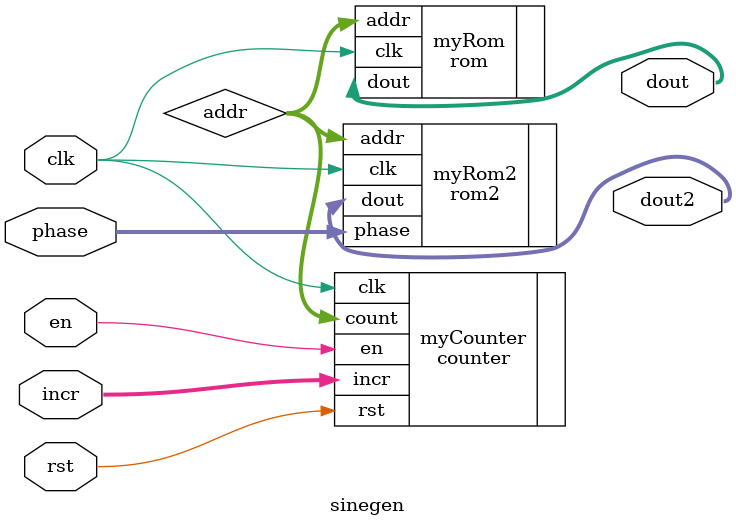
<source format=sv>
module sinegen #(
    parameter WIDTH = 8
)(
    input logic                 clk,
    input logic                 rst,
    input logic                 en,
    input logic [WIDTH-1:0]     incr,   
    input logic [WIDTH-1:0]     phase,   
    output logic [WIDTH-1:0]    dout,
    output logic [WIDTH-1:0]    dout2,
);

    logic [WIDTH-1:0]           addr;


counter myCounter (
    .clk (clk),
    .en (en),
    .rst (rst),
    .incr (incr),
    .count (addr)
);

rom myRom (
    .clk (clk),
    .addr (addr),
    .dout (dout)
);
rom2 myRom2 (
    .clk (clk),
    .addr (addr),
    .phase (phase),
    .dout (dout2)
);

endmodule

</source>
